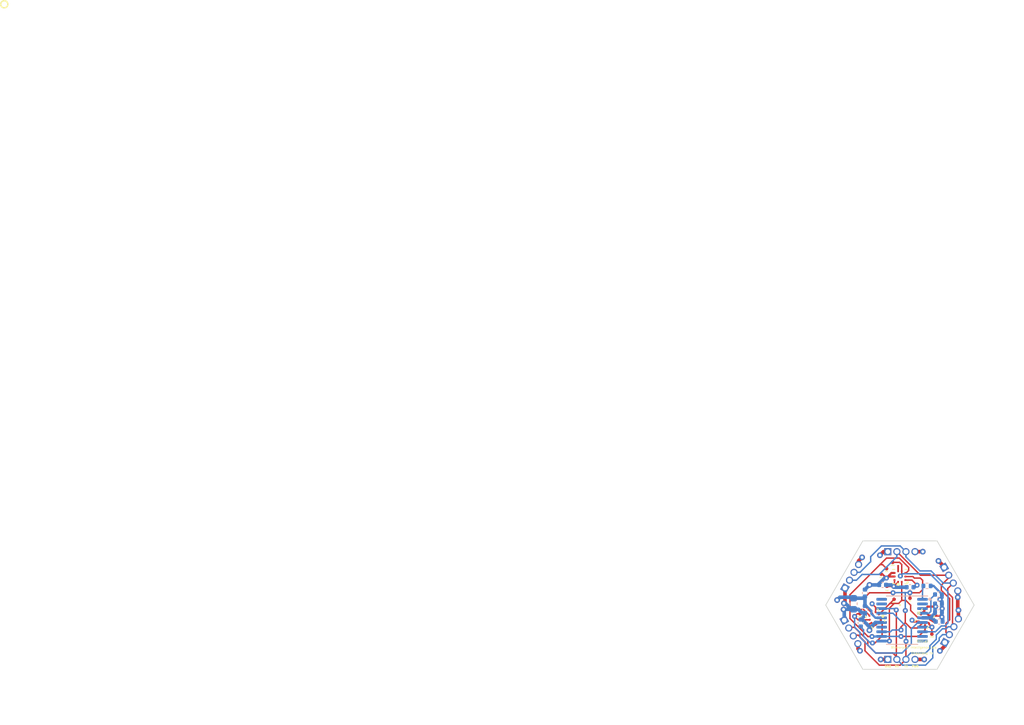
<source format=kicad_pcb>
(kicad_pcb (version 20211014) (generator pcbnew)
  (layers (0 "F.Cu" signal "Sensor") (1 "In1.Cu" power "GND") (2 "In2.Cu" power "PWR") (31 "B.Cu" signal "STM32") (34 "B.Paste" user) (35 "F.Paste" user) (36 "B.SilkS" user "B.Silkscreen") (37 "F.SilkS" user "F.Silkscreen") (38 "B.Mask" user) (39 "F.Mask" user) (44 "Edge.Cuts" user))
  (net 0 "")
  (net 1 "/TX")
  (net 2 "GND")
  (net 3 "+3.3V")
  (net 4 "/NRST")
  (net 5 "/RX")
  (net 6 "/BOOT0")
  (net 10 "/CSB_1")
  (net 11 "/CSB_2")
  (net 12 "/CSB_3")
  (net 15 "/SCK")
  (net 16 "/SDI")
  (net 18 "/SDO")
  (footprint "TestPoint:TestPoint_Pad_D1.0mm" (layer "F.Cu") (at 124.68 83.37)
    (fp_text reference "SCK" (at 0 0.4) (layer "F.SilkS") (effects (font (size 0.15 0.15) (thickness 0.0375))))
    (fp_text value "TestPoint")
    (pad "1" smd circle (at 0 0) (size 0.5 0.5) (layers "F.Cu" "F.Mask") (net 15 "/SCK"))
  )
  (footprint "TestPoint:TestPoint_Pad_D1.0mm" (layer "F.Cu") (at 123.675 81.55)
    (fp_text reference "PWR" (at 0 0.6) (layer "F.SilkS") (effects (font (size 0.15 0.15) (thickness 0.0375))))
    (fp_text value "TestPoint")
    (pad "1" smd circle (at 0 0) (size 0.5 0.5) (layers "F.Cu" "F.Mask") (net 3 "+3.3V"))
  )
  (footprint "BMP390L:XDCR_BMP390L" (layer "F.Cu") (at 128.9641 86.085 60)
    (fp_text reference "U3_2" hide)
    (fp_text value "BMP390")
    (fp_line (start 1 1) (end 0.7075 1) (layer "F.SilkS") (width 0.127))
    (fp_line (start -1 1) (end -0.7075 1) (layer "F.SilkS") (width 0.127))
    (fp_line (start 0.7075 -1) (end 1 -1) (layer "F.SilkS") (width 0.127))
    (fp_line (start -1 1) (end -1 0.9575) (layer "F.SilkS") (width 0.127))
    (fp_line (start -1 -1) (end -0.7075 -1) (layer "F.SilkS") (width 0.127))
    (fp_line (start -1 -0.9575) (end -1 -1) (layer "F.SilkS") (width 0.127))
    (fp_line (start 1 -1) (end 1 -0.9575) (layer "F.SilkS") (width 0.127))
    (fp_line (start 1 0.9575) (end 1 1) (layer "F.SilkS") (width 0.127))
    (fp_circle (center 0.25 -1.1) (end 0.32 -1.1) (layer "F.SilkS") (width 0.15) (fill none))
    (pad "1" smd rect (at 0.25 -0.75 240) (size 0.25 0.275) (layers "F.Cu" "F.Paste" "F.Mask") (net 3 "+3.3V"))
    (pad "2" smd rect (at -0.25 -0.75 240) (size 0.25 0.275) (layers "F.Cu" "F.Paste" "F.Mask") (net 15 "/SCK"))
    (pad "3" smd rect (at -0.7625 -0.5 150) (size 0.25 0.275) (layers "F.Cu" "F.Paste" "F.Mask") (net 2 "GND"))
    (pad "4" smd rect (at -0.7625 0 150) (size 0.25 0.275) (layers "F.Cu" "F.Paste" "F.Mask") (net 16 "/SDI"))
    (pad "5" smd rect (at -0.7625 0.5 150) (size 0.25 0.275) (layers "F.Cu" "F.Paste" "F.Mask") (net 18 "/SDO"))
    (pad "6" smd rect (at -0.25 0.75 240) (size 0.25 0.275) (layers "F.Cu" "F.Paste" "F.Mask") (net 11 "/CSB_2"))
    (pad "7" smd rect (at 0.25 1.1125 240) (size 0.25 1) (layers "F.Cu" "F.Paste" "F.Mask"))
    (pad "8" smd rect (at 0.7625 0.5 150) (size 0.25 0.275) (layers "F.Cu" "F.Paste" "F.Mask") (net 2 "GND"))
    (pad "9" smd rect (at 0.7625 0 150) (size 0.25 0.275) (layers "F.Cu" "F.Paste" "F.Mask") (net 2 "GND"))
    (pad "10" smd rect (at 0.7625 -0.5 150) (size 0.25 0.275) (layers "F.Cu" "F.Paste" "F.Mask") (net 3 "+3.3V"))
  )
  (footprint "TestPoint:TestPoint_Pad_D1.0mm" (layer "F.Cu") (at 124.475 78.2)
    (fp_text reference "CSB3" (at 0 0.4) (layer "F.SilkS") (effects (font (size 0.15 0.15) (thickness 0.0375))))
    (fp_text value "TestPoint")
    (pad "1" smd circle (at 0 0) (size 0.5 0.5) (layers "F.Cu" "F.Mask") (net 12 "/CSB_3"))
  )
  (footprint "TestPoint:TestPoint_Pad_D1.0mm" (layer "F.Cu") (at 129.975 88.25)
    (fp_text reference "CSB2" (at 0 0.4) (layer "F.SilkS") (effects (font (size 0.15 0.15) (thickness 0.0375))))
    (fp_text value "TestPoint")
    (pad "1" smd circle (at 0 0) (size 0.5 0.5) (layers "F.Cu" "F.Mask") (net 11 "/CSB_2"))
  )
  (footprint "TestPoint:TestPoint_Pad_D1.0mm" (layer "F.Cu") (at 122.875 79.85)
    (fp_text reference "GND" (at -0.025 0.425) (layer "F.SilkS") (effects (font (size 0.15 0.15) (thickness 0.0375))))
    (fp_text value "TestPoint")
    (pad "1" smd circle (at 0 0) (size 0.5 0.5) (layers "F.Cu" "F.Mask") (net 2 "GND"))
  )
  (footprint "BMP390L:XDCR_BMP390L" (layer "F.Cu") (at 122.0359 86.085 -60)
    (fp_text reference "U3_1" hide)
    (fp_text value "BMP390")
    (fp_line (start -1 1) (end -0.7075 1) (layer "F.SilkS") (width 0.127))
    (fp_line (start 1 1) (end 0.7075 1) (layer "F.SilkS") (width 0.127))
    (fp_line (start 0.7075 -1) (end 1 -1) (layer "F.SilkS") (width 0.127))
    (fp_line (start -1 -0.9575) (end -1 -1) (layer "F.SilkS") (width 0.127))
    (fp_line (start -1 -1) (end -0.7075 -1) (layer "F.SilkS") (width 0.127))
    (fp_line (start 1 0.9575) (end 1 1) (layer "F.SilkS") (width 0.127))
    (fp_line (start -1 1) (end -1 0.9575) (layer "F.SilkS") (width 0.127))
    (fp_line (start 1 -1) (end 1 -0.9575) (layer "F.SilkS") (width 0.127))
    (fp_circle (center 0.25 -1.1) (end 0.32 -1.1) (layer "F.SilkS") (width 0.15) (fill none))
    (pad "1" smd rect (at 0.25 -0.75 120) (size 0.25 0.275) (layers "F.Cu" "F.Paste" "F.Mask") (net 3 "+3.3V"))
    (pad "2" smd rect (at -0.25 -0.75 120) (size 0.25 0.275) (layers "F.Cu" "F.Paste" "F.Mask") (net 15 "/SCK"))
    (pad "3" smd rect (at -0.7625 -0.5 30) (size 0.25 0.275) (layers "F.Cu" "F.Paste" "F.Mask") (net 2 "GND"))
    (pad "4" smd rect (at -0.7625 0 30) (size 0.25 0.275) (layers "F.Cu" "F.Paste" "F.Mask") (net 16 "/SDI"))
    (pad "5" smd rect (at -0.7625 0.5 30) (size 0.25 0.275) (layers "F.Cu" "F.Paste" "F.Mask") (net 18 "/SDO"))
    (pad "6" smd rect (at -0.25 0.75 120) (size 0.25 0.275) (layers "F.Cu" "F.Paste" "F.Mask") (net 10 "/CSB_1"))
    (pad "7" smd rect (at 0.25 1.1125 120) (size 0.25 1) (layers "F.Cu" "F.Paste" "F.Mask"))
    (pad "8" smd rect (at 0.7625 0.5 30) (size 0.25 0.275) (layers "F.Cu" "F.Paste" "F.Mask") (net 2 "GND"))
    (pad "9" smd rect (at 0.7625 0 30) (size 0.25 0.275) (layers "F.Cu" "F.Paste" "F.Mask") (net 2 "GND"))
    (pad "10" smd rect (at 0.7625 -0.5 30) (size 0.25 0.275) (layers "F.Cu" "F.Paste" "F.Mask") (net 3 "+3.3V"))
  )
  (footprint "TestPoint:TestPoint_Pad_D1.0mm" (layer "F.Cu") (at 119.9 85.4)
    (fp_text reference "CSB1" (at 0 0.4) (layer "F.SilkS") (effects (font (size 0.15 0.15) (thickness 0.0375))))
    (fp_text value "TestPoint")
    (pad "1" smd circle (at 0 0) (size 0.5 0.5) (layers "F.Cu" "F.Mask") (net 10 "/CSB_1"))
  )
  (footprint "TestPoint:TestPoint_Pad_D1.0mm" (layer "F.Cu") (at 123.625 79.075)
    (fp_text reference "SDO" (at 0 0.4) (layer "F.SilkS") (effects (font (size 0.15 0.15) (thickness 0.0375))))
    (fp_text value "TestPoint")
    (pad "1" smd circle (at 0 0) (size 0.5 0.5) (layers "F.Cu" "F.Mask") (net 18 "/SDO"))
  )
  (footprint "BMP390L:XDCR_BMP390L" (layer "F.Cu") (at 125.5 80.185 180)
    (fp_text reference "U3_3" hide)
    (fp_text value "BMP390")
    (fp_line (start -1 1) (end -0.7075 1) (layer "F.SilkS") (width 0.127))
    (fp_line (start 1 0.9575) (end 1 1) (layer "F.SilkS") (width 0.127))
    (fp_line (start 0.7075 -1) (end 1 -1) (layer "F.SilkS") (width 0.127))
    (fp_line (start -1 1) (end -1 0.9575) (layer "F.SilkS") (width 0.127))
    (fp_line (start -1 -0.9575) (end -1 -1) (layer "F.SilkS") (width 0.127))
    (fp_line (start -1 -1) (end -0.7075 -1) (layer "F.SilkS") (width 0.127))
    (fp_line (start 1 -1) (end 1 -0.9575) (layer "F.SilkS") (width 0.127))
    (fp_line (start 1 1) (end 0.7075 1) (layer "F.SilkS") (width 0.127))
    (fp_circle (center 0.25 -1.1) (end 0.32 -1.1) (layer "F.SilkS") (width 0.15) (fill none))
    (pad "1" smd rect (at 0.25 -0.75) (size 0.25 0.275) (layers "F.Cu" "F.Paste" "F.Mask") (net 3 "+3.3V"))
    (pad "2" smd rect (at -0.25 -0.75) (size 0.25 0.275) (layers "F.Cu" "F.Paste" "F.Mask") (net 15 "/SCK"))
    (pad "3" smd rect (at -0.7625 -0.5 270) (size 0.25 0.275) (layers "F.Cu" "F.Paste" "F.Mask") (net 2 "GND"))
    (pad "4" smd rect (at -0.7625 0 270) (size 0.25 0.275) (layers "F.Cu" "F.Paste" "F.Mask") (net 16 "/SDI"))
    (pad "5" smd rect (at -0.7625 0.5 270) (size 0.25 0.275) (layers "F.Cu" "F.Paste" "F.Mask") (net 18 "/SDO"))
    (pad "6" smd rect (at -0.25 0.75) (size 0.25 0.275) (layers "F.Cu" "F.Paste" "F.Mask") (net 12 "/CSB_3"))
    (pad "7" smd rect (at 0.25 1.1125) (size 0.25 1) (layers "F.Cu" "F.Paste" "F.Mask"))
    (pad "8" smd rect (at 0.7625 0.5 270) (size 0.25 0.275) (layers "F.Cu" "F.Paste" "F.Mask") (net 2 "GND"))
    (pad "9" smd rect (at 0.7625 0 270) (size 0.25 0.275) (layers "F.Cu" "F.Paste" "F.Mask") (net 2 "GND"))
    (pad "10" smd rect (at 0.7625 -0.5 270) (size 0.25 0.275) (layers "F.Cu" "F.Paste" "F.Mask") (net 3 "+3.3V"))
  )
  (footprint "TestPoint:TestPoint_Pad_D1.0mm" (layer "F.Cu") (at 126.91 83.22)
    (fp_text reference "SDI" (at 0 0.375) (layer "F.SilkS") (effects (font (size 0.15 0.15) (thickness 0.0375))))
    (fp_text value "TestPoint")
    (pad "1" smd circle (at 0 0) (size 0.5 0.5) (layers "F.Cu" "F.Mask") (net 16 "/SDI"))
  )
  (footprint "Connector_PinHeader_1.27mm:PinHeader_1x04_P1.27mm_Horizontal" (layer "F.Cu") (at 123.8 76.7 90)
    (fp_text reference "J6" hide)
    (fp_text value "Conn_01x04_Male")
    (pad "1" thru_hole rect (at 0 0 90) (size 1 1) (drill 0.65) (layers *.Cu *.Mask) (net 2 "GND"))
    (pad "2" thru_hole oval (at 0 1.27 90) (size 1 1) (drill 0.65) (layers *.Cu *.Mask) (net 5 "/RX"))
    (pad "3" thru_hole oval (at 0 2.54 90) (size 1 1) (drill 0.65) (layers *.Cu *.Mask) (net 1 "/TX"))
    (pad "4" thru_hole oval (at 0 3.81 90) (size 1 1) (drill 0.65) (layers *.Cu *.Mask) (net 3 "+3.3V"))
  )
  (footprint "Capacitor_SMD:C_0402_1005Metric" (layer "B.Cu") (at 130.9 84)
    (fp_text reference "C10" hide)
    (fp_text value "100nF")
    (fp_line (start -0.107836 -0.36) (end 0.107836 -0.36) (layer "B.SilkS") (width 0.12))
    (fp_line (start -0.107836 0.36) (end 0.107836 0.36) (layer "B.SilkS") (width 0.12))
    (pad "1" smd roundrect (at -0.48 0) (size 0.56 0.62) (layers "B.Cu" "B.Paste" "B.Mask") (net 3 "+3.3V"))
    (pad "2" smd roundrect (at 0.48 0) (size 0.56 0.62) (layers "B.Cu" "B.Paste" "B.Mask") (net 2 "GND"))
  )
  (footprint "Connector_PinHeader_1.27mm:PinHeader_1x04_P1.27mm_Horizontal" (layer "B.Cu") (at 131.7 78.9 -150)
    (fp_text reference "J4" hide)
    (fp_text value "Conn_01x04_Male")
    (pad "1" thru_hole rect (at 0 0 210) (size 1 1) (drill 0.65) (layers *.Cu *.Mask) (net 2 "GND"))
    (pad "2" thru_hole oval (at 0 -1.27 210) (size 1 1) (drill 0.65) (layers *.Cu *.Mask) (net 5 "/RX"))
    (pad "3" thru_hole oval (at 0 -2.54 210) (size 1 1) (drill 0.65) (layers *.Cu *.Mask) (net 1 "/TX"))
    (pad "4" thru_hole oval (at 0 -3.81 210) (size 1 1) (drill 0.65) (layers *.Cu *.Mask) (net 3 "+3.3V"))
  )
  (footprint "Capacitor_SMD:C_0402_1005Metric" (layer "B.Cu") (at 120.6 82.5 90)
    (fp_text reference "C7" hide)
    (fp_text value "100nF")
    (fp_line (start -0.107836 -0.36) (end 0.107836 -0.36) (layer "B.SilkS") (width 0.12))
    (fp_line (start -0.107836 0.36) (end 0.107836 0.36) (layer "B.SilkS") (width 0.12))
    (pad "1" smd roundrect (at -0.48 0 90) (size 0.56 0.62) (layers "B.Cu" "B.Paste" "B.Mask") (net 3 "+3.3V"))
    (pad "2" smd roundrect (at 0.48 0 90) (size 0.56 0.62) (layers "B.Cu" "B.Paste" "B.Mask") (net 2 "GND"))
  )
  (footprint "Connector_PinHeader_1.27mm:PinHeader_1x04_P1.27mm_Horizontal" (layer "B.Cu") (at 117.7 86.3 -150)
    (fp_text reference "J2" hide)
    (fp_text value "Conn_01x04_Male")
    (pad "1" thru_hole rect (at 0 0 210) (size 1 1) (drill 0.65) (layers *.Cu *.Mask) (net 2 "GND"))
    (pad "2" thru_hole oval (at 0 -1.27 210) (size 1 1) (drill 0.65) (layers *.Cu *.Mask) (net 5 "/RX"))
    (pad "3" thru_hole oval (at 0 -2.54 210) (size 1 1) (drill 0.65) (layers *.Cu *.Mask) (net 1 "/TX"))
    (pad "4" thru_hole oval (at 0 -3.81 210) (size 1 1) (drill 0.65) (layers *.Cu *.Mask) (net 3 "+3.3V"))
  )
  (footprint "Capacitor_SMD:C_0402_1005Metric" (layer "B.Cu") (at 130.9 82.7)
    (fp_text reference "C6" hide)
    (fp_text value "100nF")
    (fp_line (start -0.107836 0.36) (end 0.107836 0.36) (layer "B.SilkS") (width 0.12))
    (fp_line (start -0.107836 -0.36) (end 0.107836 -0.36) (layer "B.SilkS") (width 0.12))
    (pad "1" smd roundrect (at -0.48 0) (size 0.56 0.62) (layers "B.Cu" "B.Paste" "B.Mask") (net 4 "/NRST"))
    (pad "2" smd roundrect (at 0.48 0) (size 0.56 0.62) (layers "B.Cu" "B.Paste" "B.Mask") (net 2 "GND"))
  )
  (footprint "Package_SO:TSSOP-20_4.4x6.5mm_P0.65mm" (layer "B.Cu") (at 125.8 86.3 180)
    (fp_text reference "U2" hide)
    (fp_text value "STM32F070F6Px")
    (fp_line (start 0 -3.385) (end -2.2 -3.385) (layer "B.SilkS") (width 0.12))
    (fp_line (start 0 -3.385) (end 2.2 -3.385) (layer "B.SilkS") (width 0.12))
    (fp_line (start 0 3.385) (end -3.6 3.385) (layer "B.SilkS") (width 0.12))
    (fp_line (start 0 3.385) (end 2.2 3.385) (layer "B.SilkS") (width 0.12))
    (fp_circle (center -3.89 2.94) (end -3.82 2.94) (layer "B.SilkS") (width 0.15) (fill none))
    (pad "1" smd roundrect (at -2.8625 2.925 180) (size 1.475 0.4) (layers "B.Cu" "B.Paste" "B.Mask") (net 6 "/BOOT0"))
    (pad "2" smd roundrect (at -2.8625 2.275 180) (size 1.475 0.4) (layers "B.Cu" "B.Paste" "B.Mask"))
    (pad "3" smd roundrect (at -2.8625 1.625 180) (size 1.475 0.4) (layers "B.Cu" "B.Paste" "B.Mask"))
    (pad "4" smd roundrect (at -2.8625 0.975 180) (size 1.475 0.4) (layers "B.Cu" "B.Paste" "B.Mask") (net 4 "/NRST"))
    (pad "5" smd roundrect (at -2.8625 0.325 180) (size 1.475 0.4) (layers "B.Cu" "B.Paste" "B.Mask") (net 3 "+3.3V"))
    (pad "6" smd roundrect (at -2.8625 -0.325 180) (size 1.475 0.4) (layers "B.Cu" "B.Paste" "B.Mask") (net 10 "/CSB_1"))
    (pad "7" smd roundrect (at -2.8625 -0.975 180) (size 1.475 0.4) (layers "B.Cu" "B.Paste" "B.Mask") (net 11 "/CSB_2"))
    (pad "8" smd roundrect (at -2.8625 -1.625 180) (size 1.475 0.4) (layers "B.Cu" "B.Paste" "B.Mask") (net 12 "/CSB_3"))
    (pad "9" smd roundrect (at -2.8625 -2.275 180) (size 1.475 0.4) (layers "B.Cu" "B.Paste" "B.Mask"))
    (pad "10" smd roundrect (at -2.8625 -2.925 180) (size 1.475 0.4) (layers "B.Cu" "B.Paste" "B.Mask"))
    (pad "11" smd roundrect (at 2.8625 -2.925 180) (size 1.475 0.4) (layers "B.Cu" "B.Paste" "B.Mask") (net 15 "/SCK"))
    (pad "12" smd roundrect (at 2.8625 -2.275 180) (size 1.475 0.4) (layers "B.Cu" "B.Paste" "B.Mask") (net 18 "/SDO"))
    (pad "13" smd roundrect (at 2.8625 -1.625 180) (size 1.475 0.4) (layers "B.Cu" "B.Paste" "B.Mask") (net 16 "/SDI"))
    (pad "14" smd roundrect (at 2.8625 -0.975 180) (size 1.475 0.4) (layers "B.Cu" "B.Paste" "B.Mask"))
    (pad "15" smd roundrect (at 2.8625 -0.325 180) (size 1.475 0.4) (layers "B.Cu" "B.Paste" "B.Mask") (net 2 "GND"))
    (pad "16" smd roundrect (at 2.8625 0.325 180) (size 1.475 0.4) (layers "B.Cu" "B.Paste" "B.Mask") (net 3 "+3.3V"))
    (pad "17" smd roundrect (at 2.8625 0.975 180) (size 1.475 0.4) (layers "B.Cu" "B.Paste" "B.Mask") (net 1 "/TX"))
    (pad "18" smd roundrect (at 2.8625 1.625 180) (size 1.475 0.4) (layers "B.Cu" "B.Paste" "B.Mask") (net 5 "/RX"))
    (pad "19" smd roundrect (at 2.8625 2.275 180) (size 1.475 0.4) (layers "B.Cu" "B.Paste" "B.Mask"))
    (pad "20" smd roundrect (at 2.8625 2.925 180) (size 1.475 0.4) (layers "B.Cu" "B.Paste" "B.Mask"))
  )
  (footprint "Connector_PinHeader_1.27mm:PinHeader_1x04_P1.27mm_Horizontal" (layer "B.Cu") (at 123.8 91.8 -90)
    (fp_text reference "J1" hide)
    (fp_text value "Conn_01x04_Male")
    (pad "1" thru_hole rect (at 0 0 270) (size 1 1) (drill 0.65) (layers *.Cu *.Mask) (net 2 "GND"))
    (pad "2" thru_hole oval (at 0 -1.27 270) (size 1 1) (drill 0.65) (layers *.Cu *.Mask) (net 5 "/RX"))
    (pad "3" thru_hole oval (at 0 -2.54 270) (size 1 1) (drill 0.65) (layers *.Cu *.Mask) (net 1 "/TX"))
    (pad "4" thru_hole oval (at 0 -3.81 270) (size 1 1) (drill 0.65) (layers *.Cu *.Mask) (net 3 "+3.3V"))
  )
  (footprint "Capacitor_SMD:C_0402_1005Metric" (layer "B.Cu") (at 131 86.5)
    (fp_text reference "C5" hide)
    (fp_text value "100nF")
    (fp_line (start -0.107836 0.36) (end 0.107836 0.36) (layer "B.SilkS") (width 0.12))
    (fp_line (start -0.107836 -0.36) (end 0.107836 -0.36) (layer "B.SilkS") (width 0.12))
    (pad "1" smd roundrect (at -0.48 0) (size 0.56 0.62) (layers "B.Cu" "B.Paste" "B.Mask") (net 3 "+3.3V"))
    (pad "2" smd roundrect (at 0.48 0) (size 0.56 0.62) (layers "B.Cu" "B.Paste" "B.Mask") (net 2 "GND"))
  )
  (footprint "Capacitor_SMD:C_0603_1608Metric" (layer "B.Cu") (at 119 84 -90)
    (fp_text reference "C3" hide)
    (fp_text value "10uF")
    (fp_line (start -0.14058 0.51) (end 0.14058 0.51) (layer "B.SilkS") (width 0.12))
    (fp_line (start -0.14058 -0.51) (end 0.14058 -0.51) (layer "B.SilkS") (width 0.12))
    (pad "1" smd roundrect (at -0.775 0 270) (size 0.9 0.95) (layers "B.Cu" "B.Paste" "B.Mask") (net 3 "+3.3V"))
    (pad "2" smd roundrect (at 0.775 0 270) (size 0.9 0.95) (layers "B.Cu" "B.Paste" "B.Mask") (net 2 "GND"))
  )
  (footprint "Capacitor_SMD:C_0402_1005Metric" (layer "B.Cu") (at 126.92 81.68)
    (fp_text reference "C12" hide)
    (fp_text value "100nF")
    (fp_line (start -0.107836 -0.36) (end 0.107836 -0.36) (layer "B.SilkS") (width 0.12))
    (fp_line (start -0.107836 0.36) (end 0.107836 0.36) (layer "B.SilkS") (width 0.12))
    (pad "1" smd roundrect (at -0.48 0) (size 0.56 0.62) (layers "B.Cu" "B.Paste" "B.Mask") (net 3 "+3.3V"))
    (pad "2" smd roundrect (at 0.48 0) (size 0.56 0.62) (layers "B.Cu" "B.Paste" "B.Mask") (net 2 "GND"))
  )
  (footprint "Connector_PinHeader_1.27mm:PinHeader_1x04_P1.27mm_Horizontal" (layer "B.Cu") (at 131.78875 89.424816 -30)
    (fp_text reference "J5" hide)
    (fp_text value "Conn_01x04_Male")
    (pad "1" thru_hole rect (at 0 0 330) (size 1 1) (drill 0.65) (layers *.Cu *.Mask) (net 2 "GND"))
    (pad "2" thru_hole oval (at 0 -1.27 330) (size 1 1) (drill 0.65) (layers *.Cu *.Mask) (net 5 "/RX"))
    (pad "3" thru_hole oval (at 0 -2.54 330) (size 1 1) (drill 0.65) (layers *.Cu *.Mask) (net 1 "/TX"))
    (pad "4" thru_hole oval (at 0 -3.81 330) (size 1 1) (drill 0.65) (layers *.Cu *.Mask) (net 3 "+3.3V"))
  )
  (footprint "Capacitor_SMD:C_0402_1005Metric" (layer "B.Cu") (at 130.9 85.2)
    (fp_text reference "C9" hide)
    (fp_text value "100nF")
    (fp_line (start -0.107836 0.36) (end 0.107836 0.36) (layer "B.SilkS") (width 0.12))
    (fp_line (start -0.107836 -0.36) (end 0.107836 -0.36) (layer "B.SilkS") (width 0.12))
    (pad "1" smd roundrect (at -0.48 0) (size 0.56 0.62) (layers "B.Cu" "B.Paste" "B.Mask") (net 3 "+3.3V"))
    (pad "2" smd roundrect (at 0.48 0) (size 0.56 0.62) (layers "B.Cu" "B.Paste" "B.Mask") (net 2 "GND"))
  )
  (footprint "Capacitor_SMD:C_0402_1005Metric" (layer "B.Cu") (at 120 86.7 90)
    (fp_text reference "C8" hide)
    (fp_text value "100nF")
    (fp_line (start -0.107836 0.36) (end 0.107836 0.36) (layer "B.SilkS") (width 0.12))
    (fp_line (start -0.107836 -0.36) (end 0.107836 -0.36) (layer "B.SilkS") (width 0.12))
    (pad "1" smd roundrect (at -0.48 0 90) (size 0.56 0.62) (layers "B.Cu" "B.Paste" "B.Mask") (net 3 "+3.3V"))
    (pad "2" smd roundrect (at 0.48 0 90) (size 0.56 0.62) (layers "B.Cu" "B.Paste" "B.Mask") (net 2 "GND"))
  )
  (footprint "Connector_PinHeader_1.27mm:PinHeader_1x04_P1.27mm_Horizontal" (layer "B.Cu") (at 117.8 81.8 -30)
    (fp_text reference "J3" hide)
    (fp_text value "Conn_01x04_Male")
    (pad "1" thru_hole rect (at 0 0 330) (size 1 1) (drill 0.65) (layers *.Cu *.Mask) (net 2 "GND"))
    (pad "2" thru_hole oval (at 0 -1.27 330) (size 1 1) (drill 0.65) (layers *.Cu *.Mask) (net 5 "/RX"))
    (pad "3" thru_hole oval (at 0 -2.54 330) (size 1 1) (drill 0.65) (layers *.Cu *.Mask) (net 1 "/TX"))
    (pad "4" thru_hole oval (at 0 -3.81 330) (size 1 1) (drill 0.65) (layers *.Cu *.Mask) (net 3 "+3.3V"))
  )
  (footprint "Capacitor_SMD:C_0402_1005Metric" (layer "B.Cu") (at 120.6 84.8 -90)
    (fp_text reference "C4" hide)
    (fp_text value "100nF")
    (fp_line (start -0.107836 -0.36) (end 0.107836 -0.36) (layer "B.SilkS") (width 0.12))
    (fp_line (start -0.107836 0.36) (end 0.107836 0.36) (layer "B.SilkS") (width 0.12))
    (pad "1" smd roundrect (at -0.48 0 270) (size 0.56 0.62) (layers "B.Cu" "B.Paste" "B.Mask") (net 3 "+3.3V"))
    (pad "2" smd roundrect (at 0.48 0 270) (size 0.56 0.62) (layers "B.Cu" "B.Paste" "B.Mask") (net 2 "GND"))
  )
  (footprint "Resistor_SMD:R_0402_1005Metric" (layer "B.Cu") (at 129.3 81.5 180)
    (fp_text reference "R2" hide)
    (fp_text value "10K")
    (fp_line (start -0.153641 0.38) (end 0.153641 0.38) (layer "B.SilkS") (width 0.12))
    (fp_line (start -0.153641 -0.38) (end 0.153641 -0.38) (layer "B.SilkS") (width 0.12))
    (pad "1" smd roundrect (at -0.51 0 180) (size 0.54 0.64) (layers "B.Cu" "B.Paste" "B.Mask") (net 2 "GND"))
    (pad "2" smd roundrect (at 0.51 0 180) (size 0.54 0.64) (layers "B.Cu" "B.Paste" "B.Mask") (net 6 "/BOOT0"))
  )
  (footprint "Capacitor_SMD:C_0402_1005Metric" (layer "B.Cu") (at 123.07 81.36 180)
    (fp_text reference "C11" hide)
    (fp_text value "100nF")
    (fp_line (start -0.107836 0.36) (end 0.107836 0.36) (layer "B.SilkS") (width 0.12))
    (fp_line (start -0.107836 -0.36) (end 0.107836 -0.36) (layer "B.SilkS") (width 0.12))
    (pad "1" smd roundrect (at -0.48 0 180) (size 0.56 0.62) (layers "B.Cu" "B.Paste" "B.Mask") (net 3 "+3.3V"))
    (pad "2" smd roundrect (at 0.48 0 180) (size 0.56 0.62) (layers "B.Cu" "B.Paste" "B.Mask") (net 2 "GND"))
  )
  (gr_circle (center 125.5 84.185) (end 125.6 84.185) (layer "F.SilkS") (width 0.1) (fill none))
  (gr_circle (center 0 0) (end 0.5 0) (layer "F.SilkS") (width 0.2) (fill none))
  (gr_circle (center 126.58 80.99) (end 126.59 81) (layer "F.SilkS") (width 0.15) (fill none))
  (gr_line (start 115.1 84.185) (end 120.3 93.185) (layer "Edge.Cuts") (width 0.1))
  (gr_line (start 135.9 84.185) (end 130.7 75.185) (layer "Edge.Cuts") (width 0.1))
  (gr_line (start 130.7 93.185) (end 120.3 93.185) (layer "Edge.Cuts") (width 0.1))
  (gr_line (start 120.3 75.185) (end 115.1 84.185) (layer "Edge.Cuts") (width 0.1))
  (gr_line (start 130.7 75.185) (end 120.3 75.185) (layer "Edge.Cuts") (width 0.1))
  (gr_line (start 130.7 93.185) (end 135.9 84.185) (layer "Edge.Cuts") (width 0.1))
  (gr_text "TX" (at 126.36 92.77) (layer "F.SilkS") (effects (font (size 0.3 0.3) (thickness 0.075))))
  (gr_text "PWR" (at 127.63 92.77) (layer "F.SilkS") (effects (font (size 0.3 0.3) (thickness 0.075))))
  (gr_text "Chaoxiang Ye" (at 128.625 90.925) (layer "F.SilkS") (effects (font (size 0.3 0.3) (thickness 0.05))))
  (gr_text "GND" (at 123.82 92.77) (layer "F.SilkS") (effects (font (size 0.3 0.3) (thickness 0.075))))
  (gr_text "Biomorphic Intelligence Lab" (at 127.425 90.125) (layer "F.SilkS") (effects (font (size 0.3 0.3) (thickness 0.05))))
  (gr_text "RX" (at 125.07 92.77) (layer "F.SilkS") (effects (font (size 0.3 0.3) (thickness 0.075))))
  (gr_text "MAVLab" (at 128.65 89.25) (layer "F.SilkS") (effects (font (size 0.3 0.3) (thickness 0.05))))
  (segment (start 119.666519 88.4) (end 120.601589 89.33507) (width 0.2) (layer "F.Cu") (net 1))
  (segment (start 132.8695 87.035861) (end 132.8695 83.118891) (width 0.2) (layer "F.Cu") (net 1))
  (segment (start 119 88.4) (end 119.666519 88.4) (width 0.2) (layer "F.Cu") (net 1))
  (segment (start 132.2 82.449389) (end 132.2 81.869705) (width 0.2) (layer "F.Cu") (net 1))
  (segment (start 132.2 81.869705) (end 132.97 81.099705) (width 0.2) (layer "F.Cu") (net 1))
  (segment (start 122.61005 92.6) (end 125.54 92.6) (width 0.2) (layer "F.Cu") (net 1))
  (segment (start 126.34 89.275748) (end 126.34 91.3) (width 0.2) (layer "F.Cu") (net 1))
  (segment (start 125.54 92.6) (end 126.34 91.8) (width 0.2) (layer "F.Cu") (net 1))
  (segment (start 132.2 82.449389) (end 132.8695 83.118891) (width 0.2) (layer "F.Cu") (net 1))
  (segment (start 120.601589 89.33507) (end 120.601589 90.591539) (width 0.2) (layer "F.Cu") (net 1))
  (segment (start 120.601589 90.591539) (end 122.61005 92.6) (width 0.2) (layer "F.Cu") (net 1))
  (segment (start 126.356248 89.2595) (end 126.34 89.275748) (width 0.2) (layer "F.Cu") (net 1))
  (segment (start 133.05875 87.225111) (end 132.8695 87.035861) (width 0.2) (layer "F.Cu") (net 1))
  (via (at 126.356248 89.2595) (size 0.7) (drill 0.3) (layers "F.Cu" "B.Cu") (net 1))
  (segment (start 133.05875 87.225111) (end 132.252829 87.225111) (width 0.2) (layer "B.Cu") (net 1))
  (segment (start 132.252829 87.225111) (end 131.967939 87.51) (width 0.2) (layer "B.Cu") (net 1))
  (segment (start 131.455686 87.51) (end 130.6 88.365685) (width 0.2) (layer "B.Cu") (net 1))
  (segment (start 126.356248 87.162365) (end 124.518883 85.325) (width 0.2) (layer "B.Cu") (net 1))
  (segment (start 131.967939 87.51) (end 131.455686 87.51) (width 0.2) (layer "B.Cu") (net 1))
  (segment (start 126.34 76.7) (end 125.54 75.9) (width 0.2) (layer "B.Cu") (net 1))
  (segment (start 130.6 88.365685) (end 130.6 88.976754) (width 0.2) (layer "B.Cu") (net 1))
  (segment (start 119.899705 79.600295) (end 119.07 79.600295) (width 0.2) (layer "B.Cu") (net 1))
  (segment (start 127 90.9) (end 126.34 91.56) (width 0.2) (layer "B.Cu") (net 1))
  (segment (start 128.3 79.4) (end 126.34 77.44) (width 0.2) (layer "B.Cu") (net 1))
  (segment (start 130.6 88.976754) (end 129.7 89.876755) (width 0.2) (layer "B.Cu") (net 1))
  (segment (start 129.7 89.876755) (end 129.7 90.3) (width 0.2) (layer "B.Cu") (net 1))
  (segment (start 126.34 91.56) (end 126.34 91.8) (width 0.2) (layer "B.Cu") (net 1))
  (segment (start 131.565391 81.099705) (end 129.865686 79.4) (width 0.2) (layer "B.Cu") (net 1))
  (segment (start 132.97 81.099705) (end 131.565391 81.099705) (width 0.2) (layer "B.Cu") (net 1))
  (segment (start 129.865686 79.4) (end 128.3 79.4) (width 0.2) (layer "B.Cu") (net 1))
  (segment (start 129.1 90.9) (end 127 90.9) (width 0.2) (layer "B.Cu") (net 1))
  (segment (start 121.4 77.4) (end 121.4 78.1) (width 0.2) (layer "B.Cu") (net 1))
  (segment (start 125.54 75.9) (end 122.9 75.9) (width 0.2) (layer "B.Cu") (net 1))
  (segment (start 126.356248 89.2595) (end 126.356248 87.162365) (width 0.2) (layer "B.Cu") (net 1))
  (segment (start 126.34 77.44) (end 126.34 76.7) (width 0.2) (layer "B.Cu") (net 1))
  (segment (start 129.7 90.3) (end 129.1 90.9) (width 0.2) (layer "B.Cu") (net 1))
  (segment (start 124.518883 85.325) (end 122.9375 85.325) (width 0.2) (layer "B.Cu") (net 1))
  (segment (start 122.9 75.9) (end 121.4 77.4) (width 0.2) (layer "B.Cu") (net 1))
  (segment (start 121.4 78.1) (end 119.899705 79.600295) (width 0.2) (layer "B.Cu") (net 1))
  (segment (start 123.815 80.185) (end 124.7375 80.185) (width 0.3) (layer "F.Cu") (net 2))
  (segment (start 131.78875 89.424816) (end 131.78875 89.91125) (width 0.5) (layer "F.Cu") (net 2))
  (segment (start 122.875 79.85) (end 123.05 79.85) (width 0.25) (layer "F.Cu") (net 2))
  (segment (start 122.8 91.8) (end 123.8 91.8) (width 0.5) (layer "F.Cu") (net 2))
  (segment (start 131.38 85.849594) (end 131.205062 85.674656) (width 0.3) (layer "F.Cu") (net 2))
  (segment (start 122.104656 86.995344) (end 121.984137 86.995344) (width 0.2) (layer "F.Cu") (net 2))
  (segment (start 131.205062 85.674656) (end 129.778363 85.674656) (width 0.3) (layer "F.Cu") (net 2))
  (segment (start 127.185 80.685) (end 127.9 81.4) (width 0.2) (layer "F.Cu") (net 2))
  (segment (start 129.59535 85.674656) (end 129.34535 85.424656) (width 0.3) (layer "F.Cu") (net 2))
  (segment (start 123.05 79.85) (end 123.6 80.4) (width 0.25) (layer "F.Cu") (net 2))
  (segment (start 126.2625 80.685) (end 127.185 80.685) (width 0.2) (layer "F.Cu") (net 2))
  (segment (start 131.7 78.9) (end 131.7 78.8) (width 0.5) (layer "F.Cu") (net 2))
  (segment (start 129.778363 85.674656) (end 129.59535 85.674656) (width 0.3) (layer "F.Cu") (net 2))
  (segment (start 121.265218 87.714263) (end 121.984137 86.995344) (width 0.2) (layer "F.Cu") (net 2))
  (segment (start 123.6 80.4) (end 123.815 80.185) (width 0.3) (layer "F.Cu") (net 2))
  (segment (start 123.6 80.4) (end 124.315 79.685) (width 0.3) (layer "F.Cu") (net 2))
  (segment (start 131.78875 89.91125) (end 131.1 90.6) (width 0.5) (layer "F.Cu") (net 2))
  (segment (start 124.315 79.685) (end 124.7375 79.685) (width 0.3) (layer "F.Cu") (net 2))
  (segment (start 123.2 76.7) (end 122.7 77.2) (width 0.5) (layer "F.Cu") (net 2))
  (segment (start 131.7 78.8) (end 130.9 78) (width 0.5) (layer "F.Cu") (net 2))
  (segment (start 123.8 76.7) (end 123.2 76.7) (width 0.5) (layer "F.Cu") (net 2))
  (segment (start 122.41715 86.745344) (end 122.354656 86.745344) (width 0.2) (layer "F.Cu") (net 2))
  (segment (start 121.6 84) (end 122.087663 84.487663) (width 0.2) (layer "F.Cu") (net 2))
  (segment (start 122.087663 84.487663) (end 122.087663 85.174656) (width 0.2) (layer "F.Cu") (net 2))
  (segment (start 121.226746 87.714263) (end 121.265218 87.714263) (width 0.2) (layer "F.Cu") (net 2))
  (segment (start 127.395344 86.495344) (end 128.149837 86.495344) (width 0.3) (layer "F.Cu") (net 2))
  (segment (start 117.653666 83.936308) (end 117.8 83.789974) (width 0.5) (layer "F.Cu") (net 2))
  (segment (start 122.354656 86.745344) (end 122.104656 86.995344) (width 0.2) (layer "F.Cu") (net 2))
  (segment (start 127.2 86.3) (end 127.395344 86.495344) (width 0.3) (layer "F.Cu") (net 2))
  (segment (start 117.8 83.789974) (end 117.8 81.8) (width 0.5) (layer "F.Cu") (net 2))
  (via (at 127.2 86.3) (size 0.7) (drill 0.3) (layers "F.Cu" "B.Cu") (net 2))
  (via (at 121.24 81.36) (size 0.8) (drill 0.4) (layers "F.Cu" "B.Cu") (net 2))
  (via (at 131.38 85.849594) (size 0.7) (drill 0.3) (layers "F.Cu" "B.Cu") (net 2))
  (via (at 131.1 90.6) (size 0.8) (drill 0.4) (layers "F.Cu" "B.Cu") (net 2))
  (via (at 130.9 78) (size 0.8) (drill 0.4) (layers "F.Cu" "B.Cu") (net 2))
  (via (at 121.226746 87.714263) (size 0.8) (drill 0.4) (layers "F.Cu" "B.Cu") (net 2))
  (via (at 131.100354 83.399647) (size 0.7) (drill 0.3) (layers "F.Cu" "B.Cu") (net 2))
  (via (at 121.6 84) (size 0.7) (drill 0.3) (layers "F.Cu" "B.Cu") (net 2))
  (via (at 127.9 81.4) (size 0.7) (drill 0.3) (layers "F.Cu" "B.Cu") (net 2))
  (via (at 131.4195 84.68102) (size 0.7) (drill 0.3) (layers "F.Cu" "B.Cu") (net 2))
  (via (at 122.7 77.2) (size 0.8) (drill 0.4) (layers "F.Cu" "B.Cu") (net 2))
  (via (at 122.8 91.8) (size 0.8) (drill 0.4) (layers "F.Cu" "B.Cu") (net 2))
  (via (at 117.653666 83.936308) (size 0.8) (drill 0.4) (layers "F.Cu" "B.Cu") (net 2))
  (via (at 117.6 84.8) (size 0.8) (drill 0.4) (layers "F.Cu" "B.Cu") (net 2))
  (via (at 123.6 80.4) (size 0.7) (drill 0.3) (layers "F.Cu" "B.Cu") (net 2))
  (segment (start 131.38 85.2) (end 131.38 84.72052) (width 0.5) (layer "B.Cu") (net 2))
  (segment (start 131.38 85.849594) (end 131.48 85.949594) (width 0.5) (layer "B.Cu") (net 2))
  (segment (start 119.675 84.775) (end 119 84.775) (width 0.5) (layer "B.Cu") (net 2))
  (segment (start 122.072183 86.625) (end 122.9375 86.625) (width 0.5) (layer "B.Cu") (net 2))
  (segment (start 120.6 85.62) (end 120 86.22) (width 0.5) (layer "B.Cu") (net 2))
  (segment (start 127.4 81.68) (end 127.62 81.68) (width 0.3) (layer "B.Cu") (net 2))
  (segment (start 131.38 83.120001) (end 131.100354 83.399647) (width 0.5) (layer "B.Cu") (net 2))
  (segment (start 130.222965 81.5) (end 131.38 82.657035) (width 0.3) (layer "B.Cu") (net 2))
  (segment (start 117.653666 83.936308) (end 117.860841 83.936308) (width 0.5) (layer "B.Cu") (net 2))
  (segment (start 121.24 81.36) (end 122.59 81.36) (width 0.5) (layer "B.Cu") (net 2))
  (segment (start 119 84.775) (end 117.625 84.775) (width 0.5) (layer "B.Cu") (net 2))
  (segment (start 131.38 84.64152) (end 131.4195 84.68102) (width 0.5) (layer "B.Cu") (net 2))
  (segment (start 131.38 84.72052) (end 131.4195 84.68102) (width 0.5) (layer "B.Cu") (net 2))
  (segment (start 117.7 86.3) (end 117.7 84.9) (width 0.5) (layer "B.Cu") (net 2))
  (segment (start 120.6 85.28) (end 120.6 85.62) (width 0.5) (layer "B.Cu") (net 2))
  (segment (start 131.38 84) (end 131.38 84.64152) (width 0.5) (layer "B.Cu") (net 2))
  (segment (start 131.38 82.7) (end 131.38 83.120001) (width 0.5) (layer "B.Cu") (net 2))
  (segment (start 131.38 84) (end 131.38 83.679293) (width 0.5) (layer "B.Cu") (net 2))
  (segment (start 120.18 85.28) (end 119.675 84.775) (width 0.5) (layer "B.Cu") (net 2))
  (segment (start 117.625 84.775) (end 117.6 84.8) (width 0.5) (layer "B.Cu") (net 2))
  (segment (start 120.6 82.02) (end 120.6 82) (width 0.5) (layer "B.Cu") (net 2))
  (segment (start 121.226746 87.470437) (end 122.072183 86.625) (width 0.5) (layer "B.Cu") (net 2))
  (segment (start 123.365614 80.4) (end 123.6 80.4) (width 0.5) (layer "B.Cu") (net 2))
  (segment (start 129.81 81.5) (end 130.222965 81.5) (width 0.3) (layer "B.Cu") (net 2))
  (segment (start 122.59 81.175614) (end 123.365614 80.4) (width 0.5) (layer "B.Cu") (net 2))
  (segment (start 121.226746 87.714263) (end 121.226746 87.216746) (width 0.5) (layer "B.Cu") (net 2))
  (segment (start 120.23 86.22) (end 120 86.22) (width 0.5) (layer "B.Cu") (net 2))
  (segment (start 127.62 81.68) (end 127.9 81.4) (width 0.3) (layer "B.Cu") (net 2))
  (segment (start 131.38 85.849594) (end 131.38 85.2) (width 0.5) (layer "B.Cu") (net 2))
  (segment (start 120.6 82) (end 121.24 81.36) (width 0.5) (layer "B.Cu") (net 2))
  (segment (start 121.226746 87.714263) (end 121.226746 87.470437) (width 0.5) (layer "B.Cu") (net 2))
  (segment (start 117.7 84.9) (end 117.6 84.8) (width 0.5) (layer "B.Cu") (net 2))
  (segment (start 131.38 82.657035) (end 131.38 82.7) (width 0.3) (layer "B.Cu") (net 2))
  (segment (start 131.38 83.679293) (end 131.100354 83.399647) (width 0.5) (layer "B.Cu") (net 2))
  (segment (start 117.860841 83.936308) (end 118.699533 84.775) (width 0.5) (layer "B.Cu") (net 2))
  (segment (start 120.6 85.28) (end 120.18 85.28) (width 0.5) (layer "B.Cu") (net 2))
  (segment (start 122.59 81.36) (end 122.59 81.175614) (width 0.5) (layer "B.Cu") (net 2))
  (segment (start 121.226746 87.216746) (end 120.23 86.22) (width 0.5) (layer "B.Cu") (net 2))
  (segment (start 131.48 85.949594) (end 131.48 86.4) (width 0.5) (layer "B.Cu") (net 2))
  (segment (start 123.006653 87.121042) (end 123.006653 86.651834) (width 0.2) (layer "F.Cu") (net 3))
  (segment (start 129.4 84.4) (end 130.5 84.4) (width 0.3) (layer "F.Cu") (net 3))
  (segment (start 133.605 83.095) (end 133.6 83.1) (width 0.5) (layer "F.Cu") (net 3))
  (segment (start 123.675 81.55) (end 124.62393 81.55) (width 0.25) (layer "F.Cu") (net 3))
  (segment (start 128.741344 85.174656) (end 128.912337 85.174656) (width 0.3) (layer "F.Cu") (net 3))
  (segment (start 119.635 90.320002) (end 119.635 89.499852) (width 0.5) (layer "F.Cu") (net 3))
  (segment (start 123 88.5) (end 123 87.127695) (width 0.2) (layer "F.Cu") (net 3))
  (segment (start 133.6 84.8) (end 133.7 84.9) (width 0.5) (layer "F.Cu") (net 3))
  (segment (start 123 87.127695) (end 123.006653 87.121042) (width 0.2) (layer "F.Cu") (net 3))
  (segment (start 122.009266 89.490734) (end 123 88.5) (width 0.2) (layer "F.Cu") (net 3))
  (segment (start 127.61 76.7) (end 128.7 76.7) (width 0.5) (layer "F.Cu") (net 3))
  (segment (start 133.69375 86.125259) (end 133.69375 84.90625) (width 0.5) (layer "F.Cu") (net 3))
  (segment (start 133.6 83.1) (end 133.6 84.8) (width 0.5) (layer "F.Cu") (net 3))
  (segment (start 133.69375 84.90625) (end 133.7 84.9) (width 0.5) (layer "F.Cu") (net 3))
  (segment (start 124.7375 81.46) (end 124.7375 80.685) (width 0.2) (layer "F.Cu") (net 3))
  (segment (start 121.650673 89.490734) (end 122.009266 89.490734) (width 0.2) (layer "F.Cu") (net 3))
  (segment (start 122.821244 85.920256) (end 122.821244 86.466425) (width 0.3) (layer "F.Cu") (net 3))
  (segment (start 133.605 82.199557) (end 133.605 83.095) (width 0.5) (layer "F.Cu") (net 3))
  (segment (start 119.705 78.500443) (end 119.705 77.995) (width 0.5) (layer "F.Cu") (net 3))
  (segment (start 119.705 77.995) (end 120.2 77.5) (width 0.5) (layer "F.Cu") (net 3))
  (segment (start 128.428756 85.487244) (end 128.741344 85.174656) (width 0.3) (layer "F.Cu") (net 3))
  (segment (start 124.635715 81.561785) (end 125.25 80.9475) (width 0.2) (layer "F.Cu") (net 3))
  (segment (start 119.902089 90.587091) (end 119.635 90.320002) (width 0.5) (layer "F.Cu") (net 3))
  (segment (start 128.912337 84.887663) (end 129.4 84.4) (width 0.3) (layer "F.Cu") (net 3))
  (segment (start 123.006653 86.651834) (end 122.9 86.545181) (width 0.2) (layer "F.Cu") (net 3))
  (segment (start 124.62393 81.55) (end 124.635715 81.561785) (width 0.25) (layer "F.Cu") (net 3))
  (segment (start 124.635715 81.561785) (end 124.7375 81.46) (width 0.2) (layer "F.Cu") (net 3))
  (segment (start 128.9 91.8) (end 127.61 91.8) (width 0.5) (layer "F.Cu") (net 3))
  (segment (start 128.912337 85.174656) (end 128.912337 84.887663) (width 0.3) (layer "F.Cu") (net 3))
  (via (at 128.9 91.8) (size 0.8) (drill 0.4) (layers "F.Cu" "B.Cu") (net 3))
  (via (at 133.7 84.9) (size 0.8) (drill 0.4) (layers "F.Cu" "B.Cu") (net 3))
  (via (at 130.5 84.4) (size 0.7) (drill 0.3) (layers "F.Cu" "B.Cu") (net 3))
  (via (at 133.6 83.1) (size 0.8) (drill 0.4) (layers "F.Cu" "B.Cu") (net 3))
  (via (at 121.650673 89.490734) (size 0.7) (drill 0.3) (layers "F.Cu" "B.Cu") (net 3))
  (via (at 116.7 83.480378) (size 0.8) (drill 0.4) (layers "F.Cu" "B.Cu") (net 3))
  (via (at 128.7 76.7) (size 0.8) (drill 0.4) (layers "F.Cu" "B.Cu") (net 3))
  (via (at 119.902089 90.587091) (size 0.8) (drill 0.4) (layers "F.Cu" "B.Cu") (net 3))
  (via (at 124.635715 81.561785) (size 0.7) (drill 0.3) (layers "F.Cu" "B.Cu") (net 3))
  (via (at 120.2 77.5) (size 0.8) (drill 0.4) (layers "F.Cu" "B.Cu") (net 3))
  (segment (start 120 87.246231) (end 120 87.18) (width 0.2) (layer "B.Cu") (net 3))
  (segment (start 120.4 87.646231) (end 120 87.246231) (width 0.2) (layer "B.Cu") (net 3))
  (segment (start 124.73393 81.66) (end 124.861371 81.66) (width 0.5) (layer "B.Cu") (net 3))
  (segment (start 120.6 82.98) (end 120.6 84.32) (width 0.5) (layer "B.Cu") (net 3))
  (segment (start 124.861371 81.66) (end 124.881371 81.68) (width 0.5) (layer "B.Cu") (net 3))
  (segment (start 120.6 84.32) (end 120.83005 84.32) (width 0.3) (layer "B.Cu") (net 3))
  (segment (start 120.83005 84.32) (end 121.5 84.98995) (width 0.3) (layer "B.Cu") (net 3))
  (segment (start 128.6625 85.975) (end 129.795 85.975) (width 0.5) (layer "B.Cu") (net 3))
  (segment (start 124.43393 81.36) (end 123.55 81.36) (width 0.5) (layer "B.Cu") (net 3))
  (segment (start 118.861808 83.086808) (end 119 83.225) (width 0.5) (layer "B.Cu") (net 3))
  (segment (start 124.635715 81.561785) (end 124.73393 81.66) (width 0.5) (layer "B.Cu") (net 3))
  (segment (start 121.35642 89.490734) (end 120.4 88.534314) (width 0.2) (layer "B.Cu") (net 3))
  (segment (start 121.5 85.4) (end 122.075 85.975) (width 0.3) (layer "B.Cu") (net 3))
  (segment (start 119 83.225) (end 120.355 83.225) (width 0.5) (layer "B.Cu") (net 3))
  (segment (start 124.635715 81.561785) (end 124.43393 81.36) (width 0.5) (layer "B.Cu") (net 3))
  (segment (start 124.881371 81.68) (end 126.44 81.68) (width 0.5) (layer "B.Cu") (net 3))
  (segment (start 117.09357 83.086808) (end 118.861808 83.086808) (width 0.5) (layer "B.Cu") (net 3))
  (segment (start 130.42 84) (end 130.42 84.32) (width 0.5) (layer "B.Cu") (net 3))
  (segment (start 120.355 83.225) (end 120.6 82.98) (width 0.5) (layer "B.Cu") (net 3))
  (segment (start 120.4 88.534314) (end 120.4 87.646231) (width 0.2) (layer "B.Cu") (net 3))
  (segment (start 130.42 85.2) (end 130.42 85.35) (width 0.5) (layer "B.Cu") (net 3))
  (segment (start 121.650673 89.490734) (end 121.35642 89.490734) (width 0.2) (layer "B.Cu") (net 3))
  (segment (start 130.42 84.32) (end 130.5 84.4) (width 0.5) (layer "B.Cu") (net 3))
  (segment (start 130.42 84.48) (end 130.42 85.2) (width 0.5) (layer "B.Cu") (net 3))
  (segment (start 116.7 83.480378) (end 117.09357 83.086808) (width 0.5) (layer "B.Cu") (net 3))
  (segment (start 122.075 85.975) (end 122.9375 85.975) (width 0.3) (layer "B.Cu") (net 3))
  (segment (start 121.5 84.98995) (end 121.5 85.4) (width 0.3) (layer "B.Cu") (net 3))
  (segment (start 130.5 86.5) (end 130.52 86.5) (width 0.5) (layer "B.Cu") (net 3))
  (segment (start 129.885 85.885) (end 129.795 85.975) (width 0.5) (layer "B.Cu") (net 3))
  (segment (start 129.885 85.885) (end 130.5 86.5) (width 0.5) (layer "B.Cu") (net 3))
  (segment (start 130.42 85.35) (end 129.885 85.885) (width 0.5) (layer "B.Cu") (net 3))
  (segment (start 130.5 84.4) (end 130.42 84.48) (width 0.5) (layer "B.Cu") (net 3))
  (segment (start 130.42 82.7) (end 129.84 83.28) (width 0.2) (layer "B.Cu") (net 4))
  (segment (start 129.84 85.06) (end 129.575 85.325) (width 0.2) (layer "B.Cu") (net 4))
  (segment (start 129.575 85.325) (end 128.6625 85.325) (width 0.2) (layer "B.Cu") (net 4))
  (segment (start 129.84 83.28) (end 129.84 85.06) (width 0.2) (layer "B.Cu") (net 4))
  (segment (start 132.4695 86.245018) (end 132.4695 83.284576) (width 0.2) (layer "F.Cu") (net 5))
  (segment (start 132.335 79.999852) (end 128.374852 79.999852) (width 0.2) (layer "F.Cu") (net 5))
  (segment (start 119.132352 87.300147) (end 121.001173 89.168968) (width 0.2) (layer "F.Cu") (net 5))
  (segment (start 132.4695 83.284575) (end 131.3 82.115075) (width 0.2) (layer "F.Cu") (net 5))
  (segment (start 121.001173 89.168968) (end 121.001173 89.801173) (width 0.2) (layer "F.Cu") (net 5))
  (segment (start 125.075 76.7) (end 125.07 76.7) (width 0.2) (layer "F.Cu") (net 5))
  (segment (start 131.3 82.115075) (end 131.3 81.4) (width 0.2) (layer "F.Cu") (net 5))
  (segment (start 132.335 80.365) (end 132.335 79.999852) (width 0.2) (layer "F.Cu") (net 5))
  (segment (start 125.07 91.47) (end 125.07 91.8) (width 0.2) (layer "F.Cu") (net 5))
  (segment (start 131.3 81.4) (end 132.335 80.365) (width 0.2) (layer "F.Cu") (net 5))
  (segment (start 125 91.73) (end 125.07 91.8) (width 0.2) (layer "F.Cu") (net 5))
  (segment (start 124.5 90.9) (end 125.07 91.47) (width 0.2) (layer "F.Cu") (net 5))
  (segment (start 125 84.887584) (end 125 91.73) (width 0.2) (layer "F.Cu") (net 5))
  (segment (start 131.952667 86.761852) (end 132.4695 86.245018) (width 0.2) (layer "F.Cu") (net 5))
  (segment (start 132.335 88.400148) (end 131.952667 88.017815) (width 0.2) (layer "F.Cu") (net 5))
  (segment (start 121.001173 89.801173) (end 122.1 90.9) (width 0.2) (layer "F.Cu") (net 5))
  (segment (start 128.374852 79.999852) (end 125.075 76.7) (width 0.2) (layer "F.Cu") (net 5))
  (segment (start 122.1 90.9) (end 124.5 90.9) (width 0.2) (layer "F.Cu") (net 5))
  (segment (start 131.952667 88.017815) (end 131.952667 86.761852) (width 0.2) (layer "F.Cu") (net 5))
  (segment (start 118.365 87.300147) (end 119.132352 87.300147) (width 0.2) (layer "F.Cu") (net 5))
  (segment (start 124.982431 84.870015) (end 125 84.887584) (width 0.2) (layer "F.Cu") (net 5))
  (via (at 124.982431 84.870015) (size 0.7) (drill 0.3) (layers "F.Cu" "B.Cu") (net 5))
  (segment (start 132.42375 88.324964) (end 131.475036 88.324964) (width 0.2) (layer "B.Cu") (net 5))
  (segment (start 125.07 76.7) (end 125.07 77.407106) (width 0.2) (layer "B.Cu") (net 5))
  (segment (start 125.87 92.6) (end 125.07 91.8) (width 0.2) (layer "B.Cu") (net 5))
  (segment (start 125.07 77.407106) (end 122.583032 79.894074) (width 0.2) (layer "B.Cu") (net 5))
  (segment (start 130.1 91.58995) (end 129.08995 92.6) (width 0.2) (layer "B.Cu") (net 5))
  (segment (start 119.399852 80.700148) (end 118.435 80.700148) (width 0.2) (layer "B.Cu") (net 5))
  (segment (start 131.475036 88.324964) (end 131 88.8) (width 0.2) (layer "B.Cu") (net 5))
  (segment (start 120.205926 79.894074) (end 119.399852 80.700148) (width 0.2) (layer "B.Cu") (net 5))
  (segment (start 124.787416 84.675) (end 122.9375 84.675) (width 0.2) (layer "B.Cu") (net 5))
  (segment (start 131 89.14244) (end 130.1 90.04244) (width 0.2) (layer "B.Cu") (net 5))
  (segment (start 129.08995 92.6) (end 125.87 92.6) (width 0.2) (layer "B.Cu") (net 5))
  (segment (start 131 88.8) (end 131 89.14244) (width 0.2) (layer "B.Cu") (net 5))
  (segment (start 122.583032 79.894074) (end 120.205926 79.894074) (width 0.2) (layer "B.Cu") (net 5))
  (segment (start 130.1 90.04244) (end 130.1 91.58995) (width 0.2) (layer "B.Cu") (net 5))
  (segment (start 124.982431 84.870015) (end 124.787416 84.675) (width 0.2) (layer "B.Cu") (net 5))
  (segment (start 128.6625 83.375) (end 128.6625 81.6275) (width 0.2) (layer "B.Cu") (net 6))
  (segment (start 128.6625 81.6275) (end 128.79 81.5) (width 0.2) (layer "B.Cu") (net 6))
  (segment (start 119.524 85.4) (end 119.1495 85.7745) (width 0.2) (layer "F.Cu") (net 10))
  (segment (start 119.624744 86.249744) (end 121.250556 86.249744) (width 0.2) (layer "F.Cu") (net 10))
  (segment (start 119.1495 85.7745) (end 119.624744 86.249744) (width 0.2) (layer "F.Cu") (net 10))
  (segment (start 119.9 85.4) (end 119.524 85.4) (width 0.2) (layer "F.Cu") (net 10))
  (via (at 119.1495 85.7745) (size 0.7) (drill 0.3) (layers "F.Cu" "B.Cu") (net 10))
  (segment (start 119.1495 85.7745) (end 119.1495 87.261754) (width 0.2) (layer "B.Cu") (net 10))
  (segment (start 119.1495 87.261754) (end 119.9 88.012254) (width 0.2) (layer "B.Cu") (net 10))
  (segment (start 122.1 90.9) (end 125.8 90.9) (width 0.2) (layer "B.Cu") (net 10))
  (segment (start 119.9 88.012254) (end 119.9 88.7) (width 0.2) (layer "B.Cu") (net 10))
  (segment (start 125.8 90.9) (end 127.1 89.6) (width 0.2) (layer "B.Cu") (net 10))
  (segment (start 128.009315 86.625) (end 128.6625 86.625) (width 0.2) (layer "B.Cu") (net 10))
  (segment (start 127.1 89.6) (end 127.1 87.534315) (width 0.2) (layer "B.Cu") (net 10))
  (segment (start 127.1 87.534315) (end 128.009315 86.625) (width 0.2) (layer "B.Cu") (net 10))
  (segment (start 119.9 88.7) (end 122.1 90.9) (width 0.2) (layer "B.Cu") (net 10))
  (segment (start 129.596872 86.739006) (end 129.596872 86.886872) (width 0.25) (layer "F.Cu") (net 11))
  (segment (start 129.975 87.285) (end 129.985 87.275) (width 0.2) (layer "F.Cu") (net 11))
  (segment (start 129.975 88.25) (end 129.975 87.285) (width 0.2) (layer "F.Cu") (net 11))
  (segment (start 129.596872 86.886872) (end 129.985 87.275) (width 0.25) (layer "F.Cu") (net 11))
  (via (at 129.985 87.275) (size 0.7) (drill 0.3) (layers "F.Cu" "B.Cu") (net 11))
  (segment (start 129.985 87.275) (end 128.6625 87.275) (width 0.2) (layer "B.Cu") (net 11))
  (segment (start 124.475 78.2) (end 125.443628 78.2) (width 0.2) (layer "F.Cu") (net 12))
  (segment (start 125.75 79.92) (end 125.75 79.4225) (width 0.2) (layer "F.Cu") (net 12))
  (segment (start 125.56 80.11) (end 125.75 79.92) (width 0.2) (layer "F.Cu") (net 12))
  (segment (start 125.443628 78.2) (end 125.75 78.506372) (width 0.2) (layer "F.Cu") (net 12))
  (segment (start 125.75 78.506372) (end 125.75 79.435) (width 0.2) (layer "F.Cu") (net 12))
  (via (at 125.56 80.11) (size 0.7) (drill 0.3) (layers "F.Cu" "B.Cu") (net 12))
  (segment (start 132.23 82.33) (end 132.23 86.682254) (width 0.2) (layer "B.Cu") (net 12))
  (segment (start 131.802254 87.11) (end 131.29 87.11) (width 0.2) (layer "B.Cu") (net 12))
  (segment (start 129.925 87.925) (end 128.6625 87.925) (width 0.2) (layer "B.Cu") (net 12))
  (segment (start 125.87 79.8) (end 129.7 79.8) (width 0.2) (layer "B.Cu") (net 12))
  (segment (start 129.7 79.8) (end 132.23 82.33) (width 0.2) (layer "B.Cu") (net 12))
  (segment (start 132.23 86.682254) (end 131.802254 87.11) (width 0.2) (layer "B.Cu") (net 12))
  (segment (start 125.56 80.11) (end 125.87 79.8) (width 0.2) (layer "B.Cu") (net 12))
  (segment (start 130.475 87.925) (end 129.925 87.925) (width 0.2) (layer "B.Cu") (net 12))
  (segment (start 131.29 87.11) (end 130.475 87.925) (width 0.2) (layer "B.Cu") (net 12))
  (segment (start 127 84.943096) (end 127.922667 85.865763) (width 0.2) (layer "F.Cu") (net 15))
  (segment (start 127 84.2) (end 127 84.943096) (width 0.2) (layer "F.Cu") (net 15))
  (segment (start 125.75 83.53) (end 125.75 80.9475) (width 0.2) (layer "F.Cu") (net 15))
  (segment (start 122.571244 85.487244) (end 124.108488 83.95) (width 0.2) (layer "F.Cu") (net 15))
  (segment (start 124.11 83.95) (end 124.65 83.41) (width 0.2) (layer "F.Cu") (net 15))
  (segment (start 125.75 83.53) (end 126.33 83.53) (width 0.2) (layer "F.Cu") (net 15))
  (segment (start 124.024059 89.225941) (end 124.024059 84.625941) (width 0.2) (layer "F.Cu") (net 15))
  (segment (start 124.024059 84.625941) (end 124.7 83.95) (width 0.2) (layer "F.Cu") (net 15))
  (segment (start 124.108488 83.95) (end 125.33 83.95) (width 0.2) (layer "F.Cu") (net 15))
  (segment (start 125.33 83.95) (end 125.75 83.53) (width 0.2) (layer "F.Cu") (net 15))
  (segment (start 127.922667 85.865763) (end 128.079572 85.865763) (width 0.2) (layer "F.Cu") (net 15))
  (segment (start 124.108488 83.95) (end 124.11 83.95) (width 0.2) (layer "F.Cu") (net 15))
  (segment (start 126.33 83.53) (end 127 84.2) (width 0.2) (layer "F.Cu") (net 15))
  (via (at 124.024059 89.225941) (size 0.7) (drill 0.3) (layers "F.Cu" "B.Cu") (net 15))
  (segment (start 124.023118 89.225) (end 122.9375 89.225) (width 0.2) (layer "B.Cu") (net 15))
  (segment (start 124.024059 89.225941) (end 124.023118 89.225) (width 0.2) (layer "B.Cu") (net 15))
  (segment (start 121.24 82.46) (end 120.5 83.2) (width 0.2) (layer "F.Cu") (net 16))
  (segment (start 127.972884 87.4) (end 128.528356 86.844528) (width 0.2) (layer "F.Cu") (net 16))
  (segment (start 126.903319 82.458996) (end 128.241004 82.458996) (width 0.2) (layer "F.Cu") (net 16))
  (segment (start 128.68 82.02) (end 128.68 80.72) (width 0.2) (layer "F.Cu") (net 16))
  (segment (start 127 87.4) (end 127.972884 87.4) (width 0.2) (layer "F.Cu") (net 16))
  (segment (start 127 87.4) (end 126.250734 86.650734) (width 0.2) (layer "F.Cu") (net 16))
  (segment (start 126.250734 86.650734) (end 126.250734 84.949266) (width 0.2) (layer "F.Cu") (net 16))
  (segment (start 127.52 80.4) (end 127.305 80.185) (width 0.2) (layer "F.Cu") (net 16))
  (segment (start 128.36 80.4) (end 127.52 80.4) (width 0.2) (layer "F.Cu") (net 16))
  (segment (start 120.5 83.2) (end 120.5 84.225316) (width 0.2) (layer "F.Cu") (net 16))
  (segment (start 128.68 80.72) (end 128.36 80.4) (width 0.2) (layer "F.Cu") (net 16))
  (segment (start 127.305 80.185) (end 126.2625 80.185) (width 0.2) (layer "F.Cu") (net 16))
  (segment (start 120.5 84.225316) (end 121.600156 85.325472) (width 0.2) (layer "F.Cu") (net 16))
  (segment (start 125.6495 87.675497) (end 125.6495 87.251968) (width 0.2) (layer "F.Cu") (net 16))
  (segment (start 125.6495 87.251968) (end 126.250734 86.650734) (width 0.2) (layer "F.Cu") (net 16))
  (segment (start 124.53 82.46) (end 121.24 82.46) (width 0.2) (layer "F.Cu") (net 16))
  (segment (start 128.241004 82.458996) (end 128.68 82.02) (width 0.2) (layer "F.Cu") (net 16))
  (segment (start 126.903319 82.458996) (end 126.903319 83.213319) (width 0.2) (layer "F.Cu") (net 16))
  (via (at 124.53 82.46) (size 0.7) (drill 0.3) (layers "F.Cu" "B.Cu") (net 16))
  (via (at 126.250734 84.949266) (size 0.7) (drill 0.3) (layers "F.Cu" "B.Cu") (net 16))
  (via (at 125.6495 87.675497) (size 0.7) (drill 0.3) (layers "F.Cu" "B.Cu") (net 16))
  (via (at 126.903319 82.458996) (size 0.7) (drill 0.3) (layers "F.Cu" "B.Cu") (net 16))
  (segment (start 126.250734 84.949266) (end 126.250734 82.530734) (width 0.2) (layer "B.Cu") (net 16))
  (segment (start 124.55 82.44) (end 126.16 82.44) (width 0.2) (layer "B.Cu") (net 16))
  (segment (start 124.175 87.925) (end 122.9375 87.925) (width 0.2) (layer "B.Cu") (net 16))
  (segment (start 126.250734 82.530734) (end 126.16 82.44) (width 0.2) (layer "B.Cu") (net 16))
  (segment (start 126.903319 82.458996) (end 126.884323 82.44) (width 0.2) (layer "B.Cu") (net 16))
  (segment (start 125.6495 87.675497) (end 124.424503 87.675497) (width 0.2) (layer "B.Cu") (net 16))
  (segment (start 124.53 82.46) (end 124.55 82.44) (width 0.2) (layer "B.Cu") (net 16))
  (segment (start 126.884323 82.44) (end 126.16 82.44) (width 0.2) (layer "B.Cu") (net 16))
  (segment (start 124.424503 87.675497) (end 124.175 87.925) (width 0.2) (layer "B.Cu") (net 16))
  (segment (start 125.6495 88.575) (end 128.115 88.575) (width 0.2) (layer "F.Cu") (net 18))
  (segment (start 122.7125 78.5125) (end 123.625 77.6) (width 0.2) (layer "F.Cu") (net 18))
  (segment (start 125.409314 77.6) (end 126.725 78.915686) (width 0.2) (layer "F.Cu") (net 18))
  (segment (start 118.4995 82.7255) (end 122.7125 78.5125) (width 0.2) (layer "F.Cu") (net 18))
  (segment (start 118.4995 84.3995) (end 118.9 84.8) (width 0.2) (layer "F.Cu") (net 18))
  (segment (start 121.584861 88.593643) (end 121.023643 88.593643) (width 0.2) (layer "F.Cu") (net 18))
  (segment (start 123.0625 78.5125) (end 123.625 79.075) (width 0.2) (layer "F.Cu") (net 18))
  (segment (start 121.023643 88.593643) (end 118.4995 86.0695) (width 0.2) (layer "F.Cu") (net 18))
  (segment (start 120.388159 84.8) (end 121.165387 85.577228) (width 0.2) (layer "F.Cu") (net 18))
  (segment (start 118.9 84.8) (end 120.388159 84.8) (width 0.2) (layer "F.Cu") (net 18))
  (segment (start 118.4995 84.3995) (end 118.4995 82.7255) (width 0.2) (layer "F.Cu") (net 18))
  (segment (start 128.115 88.575) (end 129.015863 87.674137) (width 0.2) (layer "F.Cu") (net 18))
  (segment (start 122.7125 78.5125) (end 123.0625 78.5125) (width 0.2) (layer "F.Cu") (net 18))
  (segment (start 126.725 78.915686) (end 126.725 79.335) (width 0.2) (layer "F.Cu") (net 18))
  (segment (start 126.725 79.335) (end 126.375 79.685) (width 0.2) (layer "F.Cu") (net 18))
  (segment (start 123.625 77.6) (end 125.409314 77.6) (width 0.2) (layer "F.Cu") (net 18))
  (segment (start 129.015863 87.674137) (end 129.015863 86.995344) (width 0.2) (layer "F.Cu") (net 18))
  (segment (start 118.4995 86.0695) (end 118.4995 84.3995) (width 0.2) (layer "F.Cu") (net 18))
  (via (at 125.6495 88.575) (size 0.7) (drill 0.3) (layers "F.Cu" "B.Cu") (net 18))
  (via (at 121.584861 88.593643) (size 0.7) (drill 0.3) (layers "F.Cu" "B.Cu") (net 18))
  (segment (start 121.584861 88.593643) (end 122.110492 88.593643) (width 0.3) (layer "B.Cu") (net 18))
  (segment (start 122.110492 88.593643) (end 122.129135 88.575) (width 0.3) (layer "B.Cu") (net 18))
  (segment (start 122.129135 88.575) (end 122.9375 88.575) (width 0.3) (layer "B.Cu") (net 18))
  (segment (start 125.6495 88.575) (end 122.9375 88.575) (width 0.2) (layer "B.Cu") (net 18))
)
</source>
